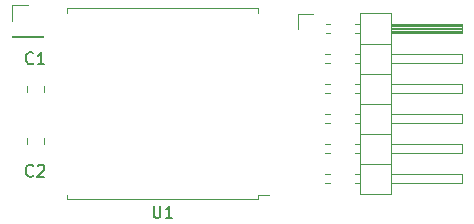
<source format=gbr>
%TF.GenerationSoftware,KiCad,Pcbnew,7.0.1*%
%TF.CreationDate,2023-03-26T17:23:28+02:00*%
%TF.ProjectId,RFM9xW_ANT_PMOD,52464d39-7857-45f4-914e-545f504d4f44,rev?*%
%TF.SameCoordinates,Original*%
%TF.FileFunction,Legend,Top*%
%TF.FilePolarity,Positive*%
%FSLAX46Y46*%
G04 Gerber Fmt 4.6, Leading zero omitted, Abs format (unit mm)*
G04 Created by KiCad (PCBNEW 7.0.1) date 2023-03-26 17:23:28*
%MOMM*%
%LPD*%
G01*
G04 APERTURE LIST*
%ADD10C,0.150000*%
%ADD11C,0.120000*%
G04 APERTURE END LIST*
D10*
%TO.C,C1*%
X126198333Y-46087380D02*
X126150714Y-46135000D01*
X126150714Y-46135000D02*
X126007857Y-46182619D01*
X126007857Y-46182619D02*
X125912619Y-46182619D01*
X125912619Y-46182619D02*
X125769762Y-46135000D01*
X125769762Y-46135000D02*
X125674524Y-46039761D01*
X125674524Y-46039761D02*
X125626905Y-45944523D01*
X125626905Y-45944523D02*
X125579286Y-45754047D01*
X125579286Y-45754047D02*
X125579286Y-45611190D01*
X125579286Y-45611190D02*
X125626905Y-45420714D01*
X125626905Y-45420714D02*
X125674524Y-45325476D01*
X125674524Y-45325476D02*
X125769762Y-45230238D01*
X125769762Y-45230238D02*
X125912619Y-45182619D01*
X125912619Y-45182619D02*
X126007857Y-45182619D01*
X126007857Y-45182619D02*
X126150714Y-45230238D01*
X126150714Y-45230238D02*
X126198333Y-45277857D01*
X127150714Y-46182619D02*
X126579286Y-46182619D01*
X126865000Y-46182619D02*
X126865000Y-45182619D01*
X126865000Y-45182619D02*
X126769762Y-45325476D01*
X126769762Y-45325476D02*
X126674524Y-45420714D01*
X126674524Y-45420714D02*
X126579286Y-45468333D01*
%TO.C,U1*%
X136398095Y-58192619D02*
X136398095Y-59002142D01*
X136398095Y-59002142D02*
X136445714Y-59097380D01*
X136445714Y-59097380D02*
X136493333Y-59145000D01*
X136493333Y-59145000D02*
X136588571Y-59192619D01*
X136588571Y-59192619D02*
X136779047Y-59192619D01*
X136779047Y-59192619D02*
X136874285Y-59145000D01*
X136874285Y-59145000D02*
X136921904Y-59097380D01*
X136921904Y-59097380D02*
X136969523Y-59002142D01*
X136969523Y-59002142D02*
X136969523Y-58192619D01*
X137969523Y-59192619D02*
X137398095Y-59192619D01*
X137683809Y-59192619D02*
X137683809Y-58192619D01*
X137683809Y-58192619D02*
X137588571Y-58335476D01*
X137588571Y-58335476D02*
X137493333Y-58430714D01*
X137493333Y-58430714D02*
X137398095Y-58478333D01*
%TO.C,C2*%
X126198333Y-55612380D02*
X126150714Y-55660000D01*
X126150714Y-55660000D02*
X126007857Y-55707619D01*
X126007857Y-55707619D02*
X125912619Y-55707619D01*
X125912619Y-55707619D02*
X125769762Y-55660000D01*
X125769762Y-55660000D02*
X125674524Y-55564761D01*
X125674524Y-55564761D02*
X125626905Y-55469523D01*
X125626905Y-55469523D02*
X125579286Y-55279047D01*
X125579286Y-55279047D02*
X125579286Y-55136190D01*
X125579286Y-55136190D02*
X125626905Y-54945714D01*
X125626905Y-54945714D02*
X125674524Y-54850476D01*
X125674524Y-54850476D02*
X125769762Y-54755238D01*
X125769762Y-54755238D02*
X125912619Y-54707619D01*
X125912619Y-54707619D02*
X126007857Y-54707619D01*
X126007857Y-54707619D02*
X126150714Y-54755238D01*
X126150714Y-54755238D02*
X126198333Y-54802857D01*
X126579286Y-54802857D02*
X126626905Y-54755238D01*
X126626905Y-54755238D02*
X126722143Y-54707619D01*
X126722143Y-54707619D02*
X126960238Y-54707619D01*
X126960238Y-54707619D02*
X127055476Y-54755238D01*
X127055476Y-54755238D02*
X127103095Y-54802857D01*
X127103095Y-54802857D02*
X127150714Y-54898095D01*
X127150714Y-54898095D02*
X127150714Y-54993333D01*
X127150714Y-54993333D02*
X127103095Y-55136190D01*
X127103095Y-55136190D02*
X126531667Y-55707619D01*
X126531667Y-55707619D02*
X127150714Y-55707619D01*
D11*
%TO.C,J1*%
X148590000Y-41910000D02*
X149860000Y-41910000D01*
X148590000Y-43180000D02*
X148590000Y-41910000D01*
X150902929Y-45340000D02*
X151357071Y-45340000D01*
X150902929Y-46100000D02*
X151357071Y-46100000D01*
X150902929Y-47880000D02*
X151357071Y-47880000D01*
X150902929Y-48640000D02*
X151357071Y-48640000D01*
X150902929Y-50420000D02*
X151357071Y-50420000D01*
X150902929Y-51180000D02*
X151357071Y-51180000D01*
X150902929Y-52960000D02*
X151357071Y-52960000D01*
X150902929Y-53720000D02*
X151357071Y-53720000D01*
X150902929Y-55500000D02*
X151357071Y-55500000D01*
X150902929Y-56260000D02*
X151357071Y-56260000D01*
X150970000Y-42800000D02*
X151357071Y-42800000D01*
X150970000Y-43560000D02*
X151357071Y-43560000D01*
X153442929Y-42800000D02*
X153840000Y-42800000D01*
X153442929Y-43560000D02*
X153840000Y-43560000D01*
X153442929Y-45340000D02*
X153840000Y-45340000D01*
X153442929Y-46100000D02*
X153840000Y-46100000D01*
X153442929Y-47880000D02*
X153840000Y-47880000D01*
X153442929Y-48640000D02*
X153840000Y-48640000D01*
X153442929Y-50420000D02*
X153840000Y-50420000D01*
X153442929Y-51180000D02*
X153840000Y-51180000D01*
X153442929Y-52960000D02*
X153840000Y-52960000D01*
X153442929Y-53720000D02*
X153840000Y-53720000D01*
X153442929Y-55500000D02*
X153840000Y-55500000D01*
X153442929Y-56260000D02*
X153840000Y-56260000D01*
X153840000Y-41850000D02*
X153840000Y-57210000D01*
X153840000Y-44450000D02*
X156500000Y-44450000D01*
X153840000Y-46990000D02*
X156500000Y-46990000D01*
X153840000Y-49530000D02*
X156500000Y-49530000D01*
X153840000Y-52070000D02*
X156500000Y-52070000D01*
X153840000Y-54610000D02*
X156500000Y-54610000D01*
X153840000Y-57210000D02*
X156500000Y-57210000D01*
X156500000Y-41850000D02*
X153840000Y-41850000D01*
X156500000Y-42800000D02*
X162500000Y-42800000D01*
X156500000Y-42860000D02*
X162500000Y-42860000D01*
X156500000Y-42980000D02*
X162500000Y-42980000D01*
X156500000Y-43100000D02*
X162500000Y-43100000D01*
X156500000Y-43220000D02*
X162500000Y-43220000D01*
X156500000Y-43340000D02*
X162500000Y-43340000D01*
X156500000Y-43460000D02*
X162500000Y-43460000D01*
X156500000Y-45340000D02*
X162500000Y-45340000D01*
X156500000Y-47880000D02*
X162500000Y-47880000D01*
X156500000Y-50420000D02*
X162500000Y-50420000D01*
X156500000Y-52960000D02*
X162500000Y-52960000D01*
X156500000Y-55500000D02*
X162500000Y-55500000D01*
X156500000Y-57210000D02*
X156500000Y-41850000D01*
X162500000Y-42800000D02*
X162500000Y-43560000D01*
X162500000Y-43560000D02*
X156500000Y-43560000D01*
X162500000Y-45340000D02*
X162500000Y-46100000D01*
X162500000Y-46100000D02*
X156500000Y-46100000D01*
X162500000Y-47880000D02*
X162500000Y-48640000D01*
X162500000Y-48640000D02*
X156500000Y-48640000D01*
X162500000Y-50420000D02*
X162500000Y-51180000D01*
X162500000Y-51180000D02*
X156500000Y-51180000D01*
X162500000Y-52960000D02*
X162500000Y-53720000D01*
X162500000Y-53720000D02*
X156500000Y-53720000D01*
X162500000Y-55500000D02*
X162500000Y-56260000D01*
X162500000Y-56260000D02*
X156500000Y-56260000D01*
%TO.C,C1*%
X125630000Y-48521252D02*
X125630000Y-47998748D01*
X127100000Y-48521252D02*
X127100000Y-47998748D01*
%TO.C,U1*%
X145260000Y-57630000D02*
X145260000Y-57280000D01*
X145260000Y-57630000D02*
X129060000Y-57630000D01*
X145260000Y-57280000D02*
X146160000Y-57280000D01*
X145260000Y-41830000D02*
X145260000Y-41430000D01*
X145260000Y-41430000D02*
X129060000Y-41430000D01*
X129060000Y-57630000D02*
X129060000Y-57230000D01*
X129060000Y-41430000D02*
X129060000Y-41830000D01*
%TO.C,Je*%
X124400000Y-41215000D02*
X125730000Y-41215000D01*
X124400000Y-42545000D02*
X124400000Y-41215000D01*
X124400000Y-43815000D02*
X124400000Y-43875000D01*
X124400000Y-43815000D02*
X127060000Y-43815000D01*
X124400000Y-43875000D02*
X127060000Y-43875000D01*
X127060000Y-43815000D02*
X127060000Y-43875000D01*
%TO.C,C2*%
X127100000Y-52443748D02*
X127100000Y-52966252D01*
X125630000Y-52443748D02*
X125630000Y-52966252D01*
%TD*%
M02*

</source>
